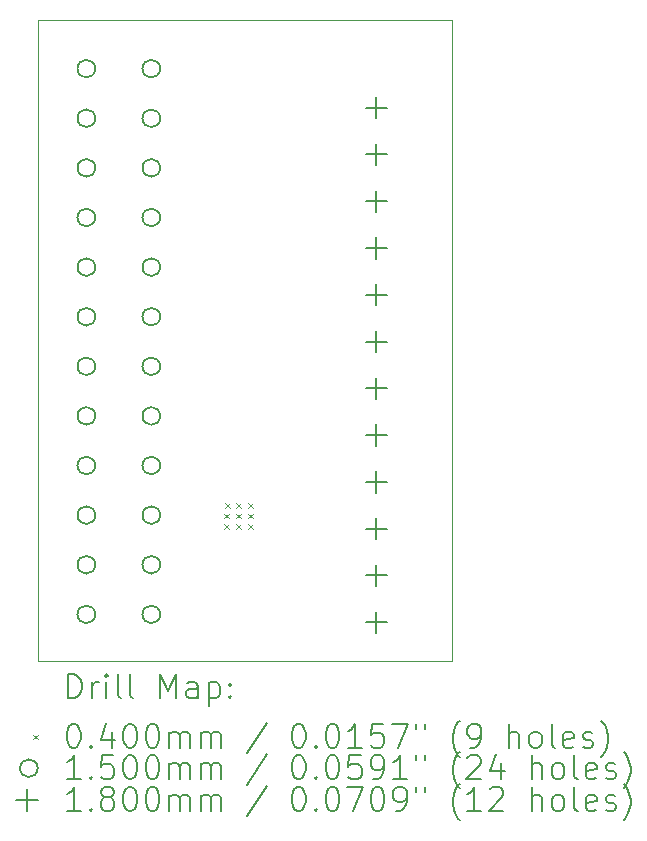
<source format=gbr>
%TF.GenerationSoftware,KiCad,Pcbnew,(6.0.7)*%
%TF.CreationDate,2023-01-08T15:22:17+11:00*%
%TF.ProjectId,Xbox_ATX,58626f78-5f41-4545-982e-6b696361645f,rev?*%
%TF.SameCoordinates,Original*%
%TF.FileFunction,Drillmap*%
%TF.FilePolarity,Positive*%
%FSLAX45Y45*%
G04 Gerber Fmt 4.5, Leading zero omitted, Abs format (unit mm)*
G04 Created by KiCad (PCBNEW (6.0.7)) date 2023-01-08 15:22:17*
%MOMM*%
%LPD*%
G01*
G04 APERTURE LIST*
%ADD10C,0.100000*%
%ADD11C,0.200000*%
%ADD12C,0.040000*%
%ADD13C,0.150000*%
%ADD14C,0.180000*%
G04 APERTURE END LIST*
D10*
X14528800Y-12687300D02*
X18034000Y-12687300D01*
X18034000Y-12687300D02*
X18034000Y-7264400D01*
X18034000Y-7264400D02*
X14528800Y-7264400D01*
X14528800Y-7264400D02*
X14528800Y-12687300D01*
D11*
D12*
X16103920Y-11440480D02*
X16143920Y-11480480D01*
X16143920Y-11440480D02*
X16103920Y-11480480D01*
X16103920Y-11526840D02*
X16143920Y-11566840D01*
X16143920Y-11526840D02*
X16103920Y-11566840D01*
X16109000Y-11354120D02*
X16149000Y-11394120D01*
X16149000Y-11354120D02*
X16109000Y-11394120D01*
X16205520Y-11354120D02*
X16245520Y-11394120D01*
X16245520Y-11354120D02*
X16205520Y-11394120D01*
X16205520Y-11440480D02*
X16245520Y-11480480D01*
X16245520Y-11440480D02*
X16205520Y-11480480D01*
X16205520Y-11526840D02*
X16245520Y-11566840D01*
X16245520Y-11526840D02*
X16205520Y-11566840D01*
X16307120Y-11354120D02*
X16347120Y-11394120D01*
X16347120Y-11354120D02*
X16307120Y-11394120D01*
X16307120Y-11440480D02*
X16347120Y-11480480D01*
X16347120Y-11440480D02*
X16307120Y-11480480D01*
X16307120Y-11526840D02*
X16347120Y-11566840D01*
X16347120Y-11526840D02*
X16307120Y-11566840D01*
D13*
X15010200Y-7673600D02*
G75*
G03*
X15010200Y-7673600I-75000J0D01*
G01*
X15010200Y-8093600D02*
G75*
G03*
X15010200Y-8093600I-75000J0D01*
G01*
X15010200Y-8513600D02*
G75*
G03*
X15010200Y-8513600I-75000J0D01*
G01*
X15010200Y-8933600D02*
G75*
G03*
X15010200Y-8933600I-75000J0D01*
G01*
X15010200Y-9353600D02*
G75*
G03*
X15010200Y-9353600I-75000J0D01*
G01*
X15010200Y-9773600D02*
G75*
G03*
X15010200Y-9773600I-75000J0D01*
G01*
X15010200Y-10193600D02*
G75*
G03*
X15010200Y-10193600I-75000J0D01*
G01*
X15010200Y-10613600D02*
G75*
G03*
X15010200Y-10613600I-75000J0D01*
G01*
X15010200Y-11033600D02*
G75*
G03*
X15010200Y-11033600I-75000J0D01*
G01*
X15010200Y-11453600D02*
G75*
G03*
X15010200Y-11453600I-75000J0D01*
G01*
X15010200Y-11873600D02*
G75*
G03*
X15010200Y-11873600I-75000J0D01*
G01*
X15010200Y-12293600D02*
G75*
G03*
X15010200Y-12293600I-75000J0D01*
G01*
X15560200Y-7673600D02*
G75*
G03*
X15560200Y-7673600I-75000J0D01*
G01*
X15560200Y-8093600D02*
G75*
G03*
X15560200Y-8093600I-75000J0D01*
G01*
X15560200Y-8513600D02*
G75*
G03*
X15560200Y-8513600I-75000J0D01*
G01*
X15560200Y-8933600D02*
G75*
G03*
X15560200Y-8933600I-75000J0D01*
G01*
X15560200Y-9353600D02*
G75*
G03*
X15560200Y-9353600I-75000J0D01*
G01*
X15560200Y-9773600D02*
G75*
G03*
X15560200Y-9773600I-75000J0D01*
G01*
X15560200Y-10193600D02*
G75*
G03*
X15560200Y-10193600I-75000J0D01*
G01*
X15560200Y-10613600D02*
G75*
G03*
X15560200Y-10613600I-75000J0D01*
G01*
X15560200Y-11033600D02*
G75*
G03*
X15560200Y-11033600I-75000J0D01*
G01*
X15560200Y-11453600D02*
G75*
G03*
X15560200Y-11453600I-75000J0D01*
G01*
X15560200Y-11873600D02*
G75*
G03*
X15560200Y-11873600I-75000J0D01*
G01*
X15560200Y-12293600D02*
G75*
G03*
X15560200Y-12293600I-75000J0D01*
G01*
D14*
X17390000Y-7914000D02*
X17390000Y-8094000D01*
X17300000Y-8004000D02*
X17480000Y-8004000D01*
X17390000Y-8310000D02*
X17390000Y-8490000D01*
X17300000Y-8400000D02*
X17480000Y-8400000D01*
X17390000Y-8706000D02*
X17390000Y-8886000D01*
X17300000Y-8796000D02*
X17480000Y-8796000D01*
X17390000Y-9102000D02*
X17390000Y-9282000D01*
X17300000Y-9192000D02*
X17480000Y-9192000D01*
X17390000Y-9498000D02*
X17390000Y-9678000D01*
X17300000Y-9588000D02*
X17480000Y-9588000D01*
X17390000Y-9894000D02*
X17390000Y-10074000D01*
X17300000Y-9984000D02*
X17480000Y-9984000D01*
X17390000Y-10290000D02*
X17390000Y-10470000D01*
X17300000Y-10380000D02*
X17480000Y-10380000D01*
X17390000Y-10686000D02*
X17390000Y-10866000D01*
X17300000Y-10776000D02*
X17480000Y-10776000D01*
X17390000Y-11082000D02*
X17390000Y-11262000D01*
X17300000Y-11172000D02*
X17480000Y-11172000D01*
X17390000Y-11478000D02*
X17390000Y-11658000D01*
X17300000Y-11568000D02*
X17480000Y-11568000D01*
X17390000Y-11874000D02*
X17390000Y-12054000D01*
X17300000Y-11964000D02*
X17480000Y-11964000D01*
X17390000Y-12270000D02*
X17390000Y-12450000D01*
X17300000Y-12360000D02*
X17480000Y-12360000D01*
D11*
X14781419Y-13002776D02*
X14781419Y-12802776D01*
X14829038Y-12802776D01*
X14857609Y-12812300D01*
X14876657Y-12831348D01*
X14886181Y-12850395D01*
X14895705Y-12888490D01*
X14895705Y-12917062D01*
X14886181Y-12955157D01*
X14876657Y-12974205D01*
X14857609Y-12993252D01*
X14829038Y-13002776D01*
X14781419Y-13002776D01*
X14981419Y-13002776D02*
X14981419Y-12869443D01*
X14981419Y-12907538D02*
X14990943Y-12888490D01*
X15000467Y-12878967D01*
X15019514Y-12869443D01*
X15038562Y-12869443D01*
X15105228Y-13002776D02*
X15105228Y-12869443D01*
X15105228Y-12802776D02*
X15095705Y-12812300D01*
X15105228Y-12821824D01*
X15114752Y-12812300D01*
X15105228Y-12802776D01*
X15105228Y-12821824D01*
X15229038Y-13002776D02*
X15209990Y-12993252D01*
X15200467Y-12974205D01*
X15200467Y-12802776D01*
X15333800Y-13002776D02*
X15314752Y-12993252D01*
X15305228Y-12974205D01*
X15305228Y-12802776D01*
X15562371Y-13002776D02*
X15562371Y-12802776D01*
X15629038Y-12945633D01*
X15695705Y-12802776D01*
X15695705Y-13002776D01*
X15876657Y-13002776D02*
X15876657Y-12898014D01*
X15867133Y-12878967D01*
X15848086Y-12869443D01*
X15809990Y-12869443D01*
X15790943Y-12878967D01*
X15876657Y-12993252D02*
X15857609Y-13002776D01*
X15809990Y-13002776D01*
X15790943Y-12993252D01*
X15781419Y-12974205D01*
X15781419Y-12955157D01*
X15790943Y-12936109D01*
X15809990Y-12926586D01*
X15857609Y-12926586D01*
X15876657Y-12917062D01*
X15971895Y-12869443D02*
X15971895Y-13069443D01*
X15971895Y-12878967D02*
X15990943Y-12869443D01*
X16029038Y-12869443D01*
X16048086Y-12878967D01*
X16057609Y-12888490D01*
X16067133Y-12907538D01*
X16067133Y-12964681D01*
X16057609Y-12983728D01*
X16048086Y-12993252D01*
X16029038Y-13002776D01*
X15990943Y-13002776D01*
X15971895Y-12993252D01*
X16152848Y-12983728D02*
X16162371Y-12993252D01*
X16152848Y-13002776D01*
X16143324Y-12993252D01*
X16152848Y-12983728D01*
X16152848Y-13002776D01*
X16152848Y-12878967D02*
X16162371Y-12888490D01*
X16152848Y-12898014D01*
X16143324Y-12888490D01*
X16152848Y-12878967D01*
X16152848Y-12898014D01*
D12*
X14483800Y-13312300D02*
X14523800Y-13352300D01*
X14523800Y-13312300D02*
X14483800Y-13352300D01*
D11*
X14819514Y-13222776D02*
X14838562Y-13222776D01*
X14857609Y-13232300D01*
X14867133Y-13241824D01*
X14876657Y-13260871D01*
X14886181Y-13298967D01*
X14886181Y-13346586D01*
X14876657Y-13384681D01*
X14867133Y-13403728D01*
X14857609Y-13413252D01*
X14838562Y-13422776D01*
X14819514Y-13422776D01*
X14800467Y-13413252D01*
X14790943Y-13403728D01*
X14781419Y-13384681D01*
X14771895Y-13346586D01*
X14771895Y-13298967D01*
X14781419Y-13260871D01*
X14790943Y-13241824D01*
X14800467Y-13232300D01*
X14819514Y-13222776D01*
X14971895Y-13403728D02*
X14981419Y-13413252D01*
X14971895Y-13422776D01*
X14962371Y-13413252D01*
X14971895Y-13403728D01*
X14971895Y-13422776D01*
X15152848Y-13289443D02*
X15152848Y-13422776D01*
X15105228Y-13213252D02*
X15057609Y-13356109D01*
X15181419Y-13356109D01*
X15295705Y-13222776D02*
X15314752Y-13222776D01*
X15333800Y-13232300D01*
X15343324Y-13241824D01*
X15352848Y-13260871D01*
X15362371Y-13298967D01*
X15362371Y-13346586D01*
X15352848Y-13384681D01*
X15343324Y-13403728D01*
X15333800Y-13413252D01*
X15314752Y-13422776D01*
X15295705Y-13422776D01*
X15276657Y-13413252D01*
X15267133Y-13403728D01*
X15257609Y-13384681D01*
X15248086Y-13346586D01*
X15248086Y-13298967D01*
X15257609Y-13260871D01*
X15267133Y-13241824D01*
X15276657Y-13232300D01*
X15295705Y-13222776D01*
X15486181Y-13222776D02*
X15505228Y-13222776D01*
X15524276Y-13232300D01*
X15533800Y-13241824D01*
X15543324Y-13260871D01*
X15552848Y-13298967D01*
X15552848Y-13346586D01*
X15543324Y-13384681D01*
X15533800Y-13403728D01*
X15524276Y-13413252D01*
X15505228Y-13422776D01*
X15486181Y-13422776D01*
X15467133Y-13413252D01*
X15457609Y-13403728D01*
X15448086Y-13384681D01*
X15438562Y-13346586D01*
X15438562Y-13298967D01*
X15448086Y-13260871D01*
X15457609Y-13241824D01*
X15467133Y-13232300D01*
X15486181Y-13222776D01*
X15638562Y-13422776D02*
X15638562Y-13289443D01*
X15638562Y-13308490D02*
X15648086Y-13298967D01*
X15667133Y-13289443D01*
X15695705Y-13289443D01*
X15714752Y-13298967D01*
X15724276Y-13318014D01*
X15724276Y-13422776D01*
X15724276Y-13318014D02*
X15733800Y-13298967D01*
X15752848Y-13289443D01*
X15781419Y-13289443D01*
X15800467Y-13298967D01*
X15809990Y-13318014D01*
X15809990Y-13422776D01*
X15905228Y-13422776D02*
X15905228Y-13289443D01*
X15905228Y-13308490D02*
X15914752Y-13298967D01*
X15933800Y-13289443D01*
X15962371Y-13289443D01*
X15981419Y-13298967D01*
X15990943Y-13318014D01*
X15990943Y-13422776D01*
X15990943Y-13318014D02*
X16000467Y-13298967D01*
X16019514Y-13289443D01*
X16048086Y-13289443D01*
X16067133Y-13298967D01*
X16076657Y-13318014D01*
X16076657Y-13422776D01*
X16467133Y-13213252D02*
X16295705Y-13470395D01*
X16724276Y-13222776D02*
X16743324Y-13222776D01*
X16762371Y-13232300D01*
X16771895Y-13241824D01*
X16781419Y-13260871D01*
X16790943Y-13298967D01*
X16790943Y-13346586D01*
X16781419Y-13384681D01*
X16771895Y-13403728D01*
X16762371Y-13413252D01*
X16743324Y-13422776D01*
X16724276Y-13422776D01*
X16705228Y-13413252D01*
X16695705Y-13403728D01*
X16686181Y-13384681D01*
X16676657Y-13346586D01*
X16676657Y-13298967D01*
X16686181Y-13260871D01*
X16695705Y-13241824D01*
X16705228Y-13232300D01*
X16724276Y-13222776D01*
X16876657Y-13403728D02*
X16886181Y-13413252D01*
X16876657Y-13422776D01*
X16867133Y-13413252D01*
X16876657Y-13403728D01*
X16876657Y-13422776D01*
X17009990Y-13222776D02*
X17029038Y-13222776D01*
X17048086Y-13232300D01*
X17057610Y-13241824D01*
X17067133Y-13260871D01*
X17076657Y-13298967D01*
X17076657Y-13346586D01*
X17067133Y-13384681D01*
X17057610Y-13403728D01*
X17048086Y-13413252D01*
X17029038Y-13422776D01*
X17009990Y-13422776D01*
X16990943Y-13413252D01*
X16981419Y-13403728D01*
X16971895Y-13384681D01*
X16962371Y-13346586D01*
X16962371Y-13298967D01*
X16971895Y-13260871D01*
X16981419Y-13241824D01*
X16990943Y-13232300D01*
X17009990Y-13222776D01*
X17267133Y-13422776D02*
X17152848Y-13422776D01*
X17209990Y-13422776D02*
X17209990Y-13222776D01*
X17190943Y-13251348D01*
X17171895Y-13270395D01*
X17152848Y-13279919D01*
X17448086Y-13222776D02*
X17352848Y-13222776D01*
X17343324Y-13318014D01*
X17352848Y-13308490D01*
X17371895Y-13298967D01*
X17419514Y-13298967D01*
X17438562Y-13308490D01*
X17448086Y-13318014D01*
X17457610Y-13337062D01*
X17457610Y-13384681D01*
X17448086Y-13403728D01*
X17438562Y-13413252D01*
X17419514Y-13422776D01*
X17371895Y-13422776D01*
X17352848Y-13413252D01*
X17343324Y-13403728D01*
X17524276Y-13222776D02*
X17657610Y-13222776D01*
X17571895Y-13422776D01*
X17724276Y-13222776D02*
X17724276Y-13260871D01*
X17800467Y-13222776D02*
X17800467Y-13260871D01*
X18095705Y-13498967D02*
X18086181Y-13489443D01*
X18067133Y-13460871D01*
X18057610Y-13441824D01*
X18048086Y-13413252D01*
X18038562Y-13365633D01*
X18038562Y-13327538D01*
X18048086Y-13279919D01*
X18057610Y-13251348D01*
X18067133Y-13232300D01*
X18086181Y-13203728D01*
X18095705Y-13194205D01*
X18181419Y-13422776D02*
X18219514Y-13422776D01*
X18238562Y-13413252D01*
X18248086Y-13403728D01*
X18267133Y-13375157D01*
X18276657Y-13337062D01*
X18276657Y-13260871D01*
X18267133Y-13241824D01*
X18257610Y-13232300D01*
X18238562Y-13222776D01*
X18200467Y-13222776D01*
X18181419Y-13232300D01*
X18171895Y-13241824D01*
X18162371Y-13260871D01*
X18162371Y-13308490D01*
X18171895Y-13327538D01*
X18181419Y-13337062D01*
X18200467Y-13346586D01*
X18238562Y-13346586D01*
X18257610Y-13337062D01*
X18267133Y-13327538D01*
X18276657Y-13308490D01*
X18514752Y-13422776D02*
X18514752Y-13222776D01*
X18600467Y-13422776D02*
X18600467Y-13318014D01*
X18590943Y-13298967D01*
X18571895Y-13289443D01*
X18543324Y-13289443D01*
X18524276Y-13298967D01*
X18514752Y-13308490D01*
X18724276Y-13422776D02*
X18705229Y-13413252D01*
X18695705Y-13403728D01*
X18686181Y-13384681D01*
X18686181Y-13327538D01*
X18695705Y-13308490D01*
X18705229Y-13298967D01*
X18724276Y-13289443D01*
X18752848Y-13289443D01*
X18771895Y-13298967D01*
X18781419Y-13308490D01*
X18790943Y-13327538D01*
X18790943Y-13384681D01*
X18781419Y-13403728D01*
X18771895Y-13413252D01*
X18752848Y-13422776D01*
X18724276Y-13422776D01*
X18905229Y-13422776D02*
X18886181Y-13413252D01*
X18876657Y-13394205D01*
X18876657Y-13222776D01*
X19057610Y-13413252D02*
X19038562Y-13422776D01*
X19000467Y-13422776D01*
X18981419Y-13413252D01*
X18971895Y-13394205D01*
X18971895Y-13318014D01*
X18981419Y-13298967D01*
X19000467Y-13289443D01*
X19038562Y-13289443D01*
X19057610Y-13298967D01*
X19067133Y-13318014D01*
X19067133Y-13337062D01*
X18971895Y-13356109D01*
X19143324Y-13413252D02*
X19162371Y-13422776D01*
X19200467Y-13422776D01*
X19219514Y-13413252D01*
X19229038Y-13394205D01*
X19229038Y-13384681D01*
X19219514Y-13365633D01*
X19200467Y-13356109D01*
X19171895Y-13356109D01*
X19152848Y-13346586D01*
X19143324Y-13327538D01*
X19143324Y-13318014D01*
X19152848Y-13298967D01*
X19171895Y-13289443D01*
X19200467Y-13289443D01*
X19219514Y-13298967D01*
X19295705Y-13498967D02*
X19305229Y-13489443D01*
X19324276Y-13460871D01*
X19333800Y-13441824D01*
X19343324Y-13413252D01*
X19352848Y-13365633D01*
X19352848Y-13327538D01*
X19343324Y-13279919D01*
X19333800Y-13251348D01*
X19324276Y-13232300D01*
X19305229Y-13203728D01*
X19295705Y-13194205D01*
D13*
X14523800Y-13596300D02*
G75*
G03*
X14523800Y-13596300I-75000J0D01*
G01*
D11*
X14886181Y-13686776D02*
X14771895Y-13686776D01*
X14829038Y-13686776D02*
X14829038Y-13486776D01*
X14809990Y-13515348D01*
X14790943Y-13534395D01*
X14771895Y-13543919D01*
X14971895Y-13667728D02*
X14981419Y-13677252D01*
X14971895Y-13686776D01*
X14962371Y-13677252D01*
X14971895Y-13667728D01*
X14971895Y-13686776D01*
X15162371Y-13486776D02*
X15067133Y-13486776D01*
X15057609Y-13582014D01*
X15067133Y-13572490D01*
X15086181Y-13562967D01*
X15133800Y-13562967D01*
X15152848Y-13572490D01*
X15162371Y-13582014D01*
X15171895Y-13601062D01*
X15171895Y-13648681D01*
X15162371Y-13667728D01*
X15152848Y-13677252D01*
X15133800Y-13686776D01*
X15086181Y-13686776D01*
X15067133Y-13677252D01*
X15057609Y-13667728D01*
X15295705Y-13486776D02*
X15314752Y-13486776D01*
X15333800Y-13496300D01*
X15343324Y-13505824D01*
X15352848Y-13524871D01*
X15362371Y-13562967D01*
X15362371Y-13610586D01*
X15352848Y-13648681D01*
X15343324Y-13667728D01*
X15333800Y-13677252D01*
X15314752Y-13686776D01*
X15295705Y-13686776D01*
X15276657Y-13677252D01*
X15267133Y-13667728D01*
X15257609Y-13648681D01*
X15248086Y-13610586D01*
X15248086Y-13562967D01*
X15257609Y-13524871D01*
X15267133Y-13505824D01*
X15276657Y-13496300D01*
X15295705Y-13486776D01*
X15486181Y-13486776D02*
X15505228Y-13486776D01*
X15524276Y-13496300D01*
X15533800Y-13505824D01*
X15543324Y-13524871D01*
X15552848Y-13562967D01*
X15552848Y-13610586D01*
X15543324Y-13648681D01*
X15533800Y-13667728D01*
X15524276Y-13677252D01*
X15505228Y-13686776D01*
X15486181Y-13686776D01*
X15467133Y-13677252D01*
X15457609Y-13667728D01*
X15448086Y-13648681D01*
X15438562Y-13610586D01*
X15438562Y-13562967D01*
X15448086Y-13524871D01*
X15457609Y-13505824D01*
X15467133Y-13496300D01*
X15486181Y-13486776D01*
X15638562Y-13686776D02*
X15638562Y-13553443D01*
X15638562Y-13572490D02*
X15648086Y-13562967D01*
X15667133Y-13553443D01*
X15695705Y-13553443D01*
X15714752Y-13562967D01*
X15724276Y-13582014D01*
X15724276Y-13686776D01*
X15724276Y-13582014D02*
X15733800Y-13562967D01*
X15752848Y-13553443D01*
X15781419Y-13553443D01*
X15800467Y-13562967D01*
X15809990Y-13582014D01*
X15809990Y-13686776D01*
X15905228Y-13686776D02*
X15905228Y-13553443D01*
X15905228Y-13572490D02*
X15914752Y-13562967D01*
X15933800Y-13553443D01*
X15962371Y-13553443D01*
X15981419Y-13562967D01*
X15990943Y-13582014D01*
X15990943Y-13686776D01*
X15990943Y-13582014D02*
X16000467Y-13562967D01*
X16019514Y-13553443D01*
X16048086Y-13553443D01*
X16067133Y-13562967D01*
X16076657Y-13582014D01*
X16076657Y-13686776D01*
X16467133Y-13477252D02*
X16295705Y-13734395D01*
X16724276Y-13486776D02*
X16743324Y-13486776D01*
X16762371Y-13496300D01*
X16771895Y-13505824D01*
X16781419Y-13524871D01*
X16790943Y-13562967D01*
X16790943Y-13610586D01*
X16781419Y-13648681D01*
X16771895Y-13667728D01*
X16762371Y-13677252D01*
X16743324Y-13686776D01*
X16724276Y-13686776D01*
X16705228Y-13677252D01*
X16695705Y-13667728D01*
X16686181Y-13648681D01*
X16676657Y-13610586D01*
X16676657Y-13562967D01*
X16686181Y-13524871D01*
X16695705Y-13505824D01*
X16705228Y-13496300D01*
X16724276Y-13486776D01*
X16876657Y-13667728D02*
X16886181Y-13677252D01*
X16876657Y-13686776D01*
X16867133Y-13677252D01*
X16876657Y-13667728D01*
X16876657Y-13686776D01*
X17009990Y-13486776D02*
X17029038Y-13486776D01*
X17048086Y-13496300D01*
X17057610Y-13505824D01*
X17067133Y-13524871D01*
X17076657Y-13562967D01*
X17076657Y-13610586D01*
X17067133Y-13648681D01*
X17057610Y-13667728D01*
X17048086Y-13677252D01*
X17029038Y-13686776D01*
X17009990Y-13686776D01*
X16990943Y-13677252D01*
X16981419Y-13667728D01*
X16971895Y-13648681D01*
X16962371Y-13610586D01*
X16962371Y-13562967D01*
X16971895Y-13524871D01*
X16981419Y-13505824D01*
X16990943Y-13496300D01*
X17009990Y-13486776D01*
X17257610Y-13486776D02*
X17162371Y-13486776D01*
X17152848Y-13582014D01*
X17162371Y-13572490D01*
X17181419Y-13562967D01*
X17229038Y-13562967D01*
X17248086Y-13572490D01*
X17257610Y-13582014D01*
X17267133Y-13601062D01*
X17267133Y-13648681D01*
X17257610Y-13667728D01*
X17248086Y-13677252D01*
X17229038Y-13686776D01*
X17181419Y-13686776D01*
X17162371Y-13677252D01*
X17152848Y-13667728D01*
X17362371Y-13686776D02*
X17400467Y-13686776D01*
X17419514Y-13677252D01*
X17429038Y-13667728D01*
X17448086Y-13639157D01*
X17457610Y-13601062D01*
X17457610Y-13524871D01*
X17448086Y-13505824D01*
X17438562Y-13496300D01*
X17419514Y-13486776D01*
X17381419Y-13486776D01*
X17362371Y-13496300D01*
X17352848Y-13505824D01*
X17343324Y-13524871D01*
X17343324Y-13572490D01*
X17352848Y-13591538D01*
X17362371Y-13601062D01*
X17381419Y-13610586D01*
X17419514Y-13610586D01*
X17438562Y-13601062D01*
X17448086Y-13591538D01*
X17457610Y-13572490D01*
X17648086Y-13686776D02*
X17533800Y-13686776D01*
X17590943Y-13686776D02*
X17590943Y-13486776D01*
X17571895Y-13515348D01*
X17552848Y-13534395D01*
X17533800Y-13543919D01*
X17724276Y-13486776D02*
X17724276Y-13524871D01*
X17800467Y-13486776D02*
X17800467Y-13524871D01*
X18095705Y-13762967D02*
X18086181Y-13753443D01*
X18067133Y-13724871D01*
X18057610Y-13705824D01*
X18048086Y-13677252D01*
X18038562Y-13629633D01*
X18038562Y-13591538D01*
X18048086Y-13543919D01*
X18057610Y-13515348D01*
X18067133Y-13496300D01*
X18086181Y-13467728D01*
X18095705Y-13458205D01*
X18162371Y-13505824D02*
X18171895Y-13496300D01*
X18190943Y-13486776D01*
X18238562Y-13486776D01*
X18257610Y-13496300D01*
X18267133Y-13505824D01*
X18276657Y-13524871D01*
X18276657Y-13543919D01*
X18267133Y-13572490D01*
X18152848Y-13686776D01*
X18276657Y-13686776D01*
X18448086Y-13553443D02*
X18448086Y-13686776D01*
X18400467Y-13477252D02*
X18352848Y-13620109D01*
X18476657Y-13620109D01*
X18705229Y-13686776D02*
X18705229Y-13486776D01*
X18790943Y-13686776D02*
X18790943Y-13582014D01*
X18781419Y-13562967D01*
X18762371Y-13553443D01*
X18733800Y-13553443D01*
X18714752Y-13562967D01*
X18705229Y-13572490D01*
X18914752Y-13686776D02*
X18895705Y-13677252D01*
X18886181Y-13667728D01*
X18876657Y-13648681D01*
X18876657Y-13591538D01*
X18886181Y-13572490D01*
X18895705Y-13562967D01*
X18914752Y-13553443D01*
X18943324Y-13553443D01*
X18962371Y-13562967D01*
X18971895Y-13572490D01*
X18981419Y-13591538D01*
X18981419Y-13648681D01*
X18971895Y-13667728D01*
X18962371Y-13677252D01*
X18943324Y-13686776D01*
X18914752Y-13686776D01*
X19095705Y-13686776D02*
X19076657Y-13677252D01*
X19067133Y-13658205D01*
X19067133Y-13486776D01*
X19248086Y-13677252D02*
X19229038Y-13686776D01*
X19190943Y-13686776D01*
X19171895Y-13677252D01*
X19162371Y-13658205D01*
X19162371Y-13582014D01*
X19171895Y-13562967D01*
X19190943Y-13553443D01*
X19229038Y-13553443D01*
X19248086Y-13562967D01*
X19257610Y-13582014D01*
X19257610Y-13601062D01*
X19162371Y-13620109D01*
X19333800Y-13677252D02*
X19352848Y-13686776D01*
X19390943Y-13686776D01*
X19409990Y-13677252D01*
X19419514Y-13658205D01*
X19419514Y-13648681D01*
X19409990Y-13629633D01*
X19390943Y-13620109D01*
X19362371Y-13620109D01*
X19343324Y-13610586D01*
X19333800Y-13591538D01*
X19333800Y-13582014D01*
X19343324Y-13562967D01*
X19362371Y-13553443D01*
X19390943Y-13553443D01*
X19409990Y-13562967D01*
X19486181Y-13762967D02*
X19495705Y-13753443D01*
X19514752Y-13724871D01*
X19524276Y-13705824D01*
X19533800Y-13677252D01*
X19543324Y-13629633D01*
X19543324Y-13591538D01*
X19533800Y-13543919D01*
X19524276Y-13515348D01*
X19514752Y-13496300D01*
X19495705Y-13467728D01*
X19486181Y-13458205D01*
D14*
X14433800Y-13776300D02*
X14433800Y-13956300D01*
X14343800Y-13866300D02*
X14523800Y-13866300D01*
D11*
X14886181Y-13956776D02*
X14771895Y-13956776D01*
X14829038Y-13956776D02*
X14829038Y-13756776D01*
X14809990Y-13785348D01*
X14790943Y-13804395D01*
X14771895Y-13813919D01*
X14971895Y-13937728D02*
X14981419Y-13947252D01*
X14971895Y-13956776D01*
X14962371Y-13947252D01*
X14971895Y-13937728D01*
X14971895Y-13956776D01*
X15095705Y-13842490D02*
X15076657Y-13832967D01*
X15067133Y-13823443D01*
X15057609Y-13804395D01*
X15057609Y-13794871D01*
X15067133Y-13775824D01*
X15076657Y-13766300D01*
X15095705Y-13756776D01*
X15133800Y-13756776D01*
X15152848Y-13766300D01*
X15162371Y-13775824D01*
X15171895Y-13794871D01*
X15171895Y-13804395D01*
X15162371Y-13823443D01*
X15152848Y-13832967D01*
X15133800Y-13842490D01*
X15095705Y-13842490D01*
X15076657Y-13852014D01*
X15067133Y-13861538D01*
X15057609Y-13880586D01*
X15057609Y-13918681D01*
X15067133Y-13937728D01*
X15076657Y-13947252D01*
X15095705Y-13956776D01*
X15133800Y-13956776D01*
X15152848Y-13947252D01*
X15162371Y-13937728D01*
X15171895Y-13918681D01*
X15171895Y-13880586D01*
X15162371Y-13861538D01*
X15152848Y-13852014D01*
X15133800Y-13842490D01*
X15295705Y-13756776D02*
X15314752Y-13756776D01*
X15333800Y-13766300D01*
X15343324Y-13775824D01*
X15352848Y-13794871D01*
X15362371Y-13832967D01*
X15362371Y-13880586D01*
X15352848Y-13918681D01*
X15343324Y-13937728D01*
X15333800Y-13947252D01*
X15314752Y-13956776D01*
X15295705Y-13956776D01*
X15276657Y-13947252D01*
X15267133Y-13937728D01*
X15257609Y-13918681D01*
X15248086Y-13880586D01*
X15248086Y-13832967D01*
X15257609Y-13794871D01*
X15267133Y-13775824D01*
X15276657Y-13766300D01*
X15295705Y-13756776D01*
X15486181Y-13756776D02*
X15505228Y-13756776D01*
X15524276Y-13766300D01*
X15533800Y-13775824D01*
X15543324Y-13794871D01*
X15552848Y-13832967D01*
X15552848Y-13880586D01*
X15543324Y-13918681D01*
X15533800Y-13937728D01*
X15524276Y-13947252D01*
X15505228Y-13956776D01*
X15486181Y-13956776D01*
X15467133Y-13947252D01*
X15457609Y-13937728D01*
X15448086Y-13918681D01*
X15438562Y-13880586D01*
X15438562Y-13832967D01*
X15448086Y-13794871D01*
X15457609Y-13775824D01*
X15467133Y-13766300D01*
X15486181Y-13756776D01*
X15638562Y-13956776D02*
X15638562Y-13823443D01*
X15638562Y-13842490D02*
X15648086Y-13832967D01*
X15667133Y-13823443D01*
X15695705Y-13823443D01*
X15714752Y-13832967D01*
X15724276Y-13852014D01*
X15724276Y-13956776D01*
X15724276Y-13852014D02*
X15733800Y-13832967D01*
X15752848Y-13823443D01*
X15781419Y-13823443D01*
X15800467Y-13832967D01*
X15809990Y-13852014D01*
X15809990Y-13956776D01*
X15905228Y-13956776D02*
X15905228Y-13823443D01*
X15905228Y-13842490D02*
X15914752Y-13832967D01*
X15933800Y-13823443D01*
X15962371Y-13823443D01*
X15981419Y-13832967D01*
X15990943Y-13852014D01*
X15990943Y-13956776D01*
X15990943Y-13852014D02*
X16000467Y-13832967D01*
X16019514Y-13823443D01*
X16048086Y-13823443D01*
X16067133Y-13832967D01*
X16076657Y-13852014D01*
X16076657Y-13956776D01*
X16467133Y-13747252D02*
X16295705Y-14004395D01*
X16724276Y-13756776D02*
X16743324Y-13756776D01*
X16762371Y-13766300D01*
X16771895Y-13775824D01*
X16781419Y-13794871D01*
X16790943Y-13832967D01*
X16790943Y-13880586D01*
X16781419Y-13918681D01*
X16771895Y-13937728D01*
X16762371Y-13947252D01*
X16743324Y-13956776D01*
X16724276Y-13956776D01*
X16705228Y-13947252D01*
X16695705Y-13937728D01*
X16686181Y-13918681D01*
X16676657Y-13880586D01*
X16676657Y-13832967D01*
X16686181Y-13794871D01*
X16695705Y-13775824D01*
X16705228Y-13766300D01*
X16724276Y-13756776D01*
X16876657Y-13937728D02*
X16886181Y-13947252D01*
X16876657Y-13956776D01*
X16867133Y-13947252D01*
X16876657Y-13937728D01*
X16876657Y-13956776D01*
X17009990Y-13756776D02*
X17029038Y-13756776D01*
X17048086Y-13766300D01*
X17057610Y-13775824D01*
X17067133Y-13794871D01*
X17076657Y-13832967D01*
X17076657Y-13880586D01*
X17067133Y-13918681D01*
X17057610Y-13937728D01*
X17048086Y-13947252D01*
X17029038Y-13956776D01*
X17009990Y-13956776D01*
X16990943Y-13947252D01*
X16981419Y-13937728D01*
X16971895Y-13918681D01*
X16962371Y-13880586D01*
X16962371Y-13832967D01*
X16971895Y-13794871D01*
X16981419Y-13775824D01*
X16990943Y-13766300D01*
X17009990Y-13756776D01*
X17143324Y-13756776D02*
X17276657Y-13756776D01*
X17190943Y-13956776D01*
X17390943Y-13756776D02*
X17409990Y-13756776D01*
X17429038Y-13766300D01*
X17438562Y-13775824D01*
X17448086Y-13794871D01*
X17457610Y-13832967D01*
X17457610Y-13880586D01*
X17448086Y-13918681D01*
X17438562Y-13937728D01*
X17429038Y-13947252D01*
X17409990Y-13956776D01*
X17390943Y-13956776D01*
X17371895Y-13947252D01*
X17362371Y-13937728D01*
X17352848Y-13918681D01*
X17343324Y-13880586D01*
X17343324Y-13832967D01*
X17352848Y-13794871D01*
X17362371Y-13775824D01*
X17371895Y-13766300D01*
X17390943Y-13756776D01*
X17552848Y-13956776D02*
X17590943Y-13956776D01*
X17609990Y-13947252D01*
X17619514Y-13937728D01*
X17638562Y-13909157D01*
X17648086Y-13871062D01*
X17648086Y-13794871D01*
X17638562Y-13775824D01*
X17629038Y-13766300D01*
X17609990Y-13756776D01*
X17571895Y-13756776D01*
X17552848Y-13766300D01*
X17543324Y-13775824D01*
X17533800Y-13794871D01*
X17533800Y-13842490D01*
X17543324Y-13861538D01*
X17552848Y-13871062D01*
X17571895Y-13880586D01*
X17609990Y-13880586D01*
X17629038Y-13871062D01*
X17638562Y-13861538D01*
X17648086Y-13842490D01*
X17724276Y-13756776D02*
X17724276Y-13794871D01*
X17800467Y-13756776D02*
X17800467Y-13794871D01*
X18095705Y-14032967D02*
X18086181Y-14023443D01*
X18067133Y-13994871D01*
X18057610Y-13975824D01*
X18048086Y-13947252D01*
X18038562Y-13899633D01*
X18038562Y-13861538D01*
X18048086Y-13813919D01*
X18057610Y-13785348D01*
X18067133Y-13766300D01*
X18086181Y-13737728D01*
X18095705Y-13728205D01*
X18276657Y-13956776D02*
X18162371Y-13956776D01*
X18219514Y-13956776D02*
X18219514Y-13756776D01*
X18200467Y-13785348D01*
X18181419Y-13804395D01*
X18162371Y-13813919D01*
X18352848Y-13775824D02*
X18362371Y-13766300D01*
X18381419Y-13756776D01*
X18429038Y-13756776D01*
X18448086Y-13766300D01*
X18457610Y-13775824D01*
X18467133Y-13794871D01*
X18467133Y-13813919D01*
X18457610Y-13842490D01*
X18343324Y-13956776D01*
X18467133Y-13956776D01*
X18705229Y-13956776D02*
X18705229Y-13756776D01*
X18790943Y-13956776D02*
X18790943Y-13852014D01*
X18781419Y-13832967D01*
X18762371Y-13823443D01*
X18733800Y-13823443D01*
X18714752Y-13832967D01*
X18705229Y-13842490D01*
X18914752Y-13956776D02*
X18895705Y-13947252D01*
X18886181Y-13937728D01*
X18876657Y-13918681D01*
X18876657Y-13861538D01*
X18886181Y-13842490D01*
X18895705Y-13832967D01*
X18914752Y-13823443D01*
X18943324Y-13823443D01*
X18962371Y-13832967D01*
X18971895Y-13842490D01*
X18981419Y-13861538D01*
X18981419Y-13918681D01*
X18971895Y-13937728D01*
X18962371Y-13947252D01*
X18943324Y-13956776D01*
X18914752Y-13956776D01*
X19095705Y-13956776D02*
X19076657Y-13947252D01*
X19067133Y-13928205D01*
X19067133Y-13756776D01*
X19248086Y-13947252D02*
X19229038Y-13956776D01*
X19190943Y-13956776D01*
X19171895Y-13947252D01*
X19162371Y-13928205D01*
X19162371Y-13852014D01*
X19171895Y-13832967D01*
X19190943Y-13823443D01*
X19229038Y-13823443D01*
X19248086Y-13832967D01*
X19257610Y-13852014D01*
X19257610Y-13871062D01*
X19162371Y-13890109D01*
X19333800Y-13947252D02*
X19352848Y-13956776D01*
X19390943Y-13956776D01*
X19409990Y-13947252D01*
X19419514Y-13928205D01*
X19419514Y-13918681D01*
X19409990Y-13899633D01*
X19390943Y-13890109D01*
X19362371Y-13890109D01*
X19343324Y-13880586D01*
X19333800Y-13861538D01*
X19333800Y-13852014D01*
X19343324Y-13832967D01*
X19362371Y-13823443D01*
X19390943Y-13823443D01*
X19409990Y-13832967D01*
X19486181Y-14032967D02*
X19495705Y-14023443D01*
X19514752Y-13994871D01*
X19524276Y-13975824D01*
X19533800Y-13947252D01*
X19543324Y-13899633D01*
X19543324Y-13861538D01*
X19533800Y-13813919D01*
X19524276Y-13785348D01*
X19514752Y-13766300D01*
X19495705Y-13737728D01*
X19486181Y-13728205D01*
M02*

</source>
